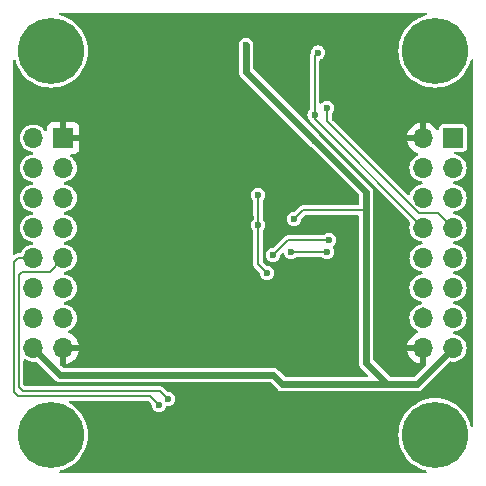
<source format=gbr>
%TF.GenerationSoftware,KiCad,Pcbnew,8.0.7*%
%TF.CreationDate,2024-12-29T21:32:39+01:00*%
%TF.ProjectId,stackflex_feature_air_qual,73746163-6b66-46c6-9578-5f6665617475,1*%
%TF.SameCoordinates,Original*%
%TF.FileFunction,Copper,L2,Bot*%
%TF.FilePolarity,Positive*%
%FSLAX46Y46*%
G04 Gerber Fmt 4.6, Leading zero omitted, Abs format (unit mm)*
G04 Created by KiCad (PCBNEW 8.0.7) date 2024-12-29 21:32:39*
%MOMM*%
%LPD*%
G01*
G04 APERTURE LIST*
%TA.AperFunction,ComponentPad*%
%ADD10R,1.700000X1.700000*%
%TD*%
%TA.AperFunction,ComponentPad*%
%ADD11O,1.700000X1.700000*%
%TD*%
%TA.AperFunction,ComponentPad*%
%ADD12C,5.600000*%
%TD*%
%TA.AperFunction,ViaPad*%
%ADD13C,0.600000*%
%TD*%
%TA.AperFunction,Conductor*%
%ADD14C,0.200000*%
%TD*%
%TA.AperFunction,Conductor*%
%ADD15C,0.600000*%
%TD*%
%TA.AperFunction,Conductor*%
%ADD16C,0.300000*%
%TD*%
G04 APERTURE END LIST*
D10*
%TO.P,J2,1,Pin_1*%
%TO.N,3V3_GPIO*%
X17780000Y8890000D03*
D11*
%TO.P,J2,2,Pin_2*%
%TO.N,GND*%
X15240000Y8890000D03*
%TO.P,J2,3,Pin_3*%
%TO.N,IO41*%
X17780000Y6350000D03*
%TO.P,J2,4,Pin_4*%
%TO.N,IO42*%
X15240000Y6350000D03*
%TO.P,J2,5,Pin_5*%
%TO.N,unconnected-(J2-Pin_5-Pad5)*%
X17780000Y3810000D03*
%TO.P,J2,6,Pin_6*%
%TO.N,unconnected-(J2-Pin_6-Pad6)*%
X15240000Y3810000D03*
%TO.P,J2,7,Pin_7*%
%TO.N,IO40_SCL1*%
X17780000Y1270000D03*
%TO.P,J2,8,Pin_8*%
%TO.N,IO39_SDA1*%
X15240000Y1270000D03*
%TO.P,J2,9,Pin_9*%
%TO.N,IO37_CS1*%
X17780000Y-1270000D03*
%TO.P,J2,10,Pin_10*%
%TO.N,IO38_SCLK1*%
X15240000Y-1270000D03*
%TO.P,J2,11,Pin_11*%
%TO.N,IO35_MISO1*%
X17780000Y-3810000D03*
%TO.P,J2,12,Pin_12*%
%TO.N,IO36_MOSI1*%
X15240000Y-3810000D03*
%TO.P,J2,13,Pin_13*%
%TO.N,IO34*%
X17780000Y-6350000D03*
%TO.P,J2,14,Pin_14*%
%TO.N,IO48*%
X15240000Y-6350000D03*
%TO.P,J2,15,Pin_15*%
%TO.N,3V3_GPIO*%
X17780000Y-8890000D03*
%TO.P,J2,16,Pin_16*%
%TO.N,GND*%
X15240000Y-8890000D03*
%TD*%
D12*
%TO.P,H1,1*%
%TO.N,N/C*%
X-16256000Y16256000D03*
%TD*%
%TO.P,H2,1*%
%TO.N,N/C*%
X16256000Y16256000D03*
%TD*%
%TO.P,H3,1*%
%TO.N,N/C*%
X-16256000Y-16256000D03*
%TD*%
%TO.P,H4,1*%
%TO.N,N/C*%
X16256000Y-16256000D03*
%TD*%
D10*
%TO.P,J1,1,Pin_1*%
%TO.N,GND*%
X-15220000Y8875000D03*
D11*
%TO.P,J1,2,Pin_2*%
%TO.N,3V3_GPIO*%
X-17760000Y8875000D03*
%TO.P,J1,3,Pin_3*%
%TO.N,IO1*%
X-15220000Y6335000D03*
%TO.P,J1,4,Pin_4*%
%TO.N,IO2*%
X-17760000Y6335000D03*
%TO.P,J1,5,Pin_5*%
%TO.N,IO4_MOSI0*%
X-15220000Y3795000D03*
%TO.P,J1,6,Pin_6*%
%TO.N,IO5_MISO0*%
X-17760000Y3795000D03*
%TO.P,J1,7,Pin_7*%
%TO.N,IO6_SCLK0*%
X-15220000Y1255000D03*
%TO.P,J1,8,Pin_8*%
%TO.N,IO7_CS0*%
X-17760000Y1255000D03*
%TO.P,J1,9,Pin_9*%
%TO.N,IO8_SDA0*%
X-15220000Y-1285000D03*
%TO.P,J1,10,Pin_10*%
%TO.N,IO9_SCL0*%
X-17760000Y-1285000D03*
%TO.P,J1,11,Pin_11*%
%TO.N,Net-(J1-Pin_11)*%
X-15220000Y-3825000D03*
%TO.P,J1,12,Pin_12*%
%TO.N,unconnected-(J1-Pin_12-Pad12)*%
X-17760000Y-3825000D03*
%TO.P,J1,13,Pin_13*%
%TO.N,IO11*%
X-15220000Y-6365000D03*
%TO.P,J1,14,Pin_14*%
%TO.N,IO10*%
X-17760000Y-6365000D03*
%TO.P,J1,15,Pin_15*%
%TO.N,GND*%
X-15220000Y-8905000D03*
%TO.P,J1,16,Pin_16*%
%TO.N,3V3_GPIO*%
X-17760000Y-8905000D03*
%TD*%
D13*
%TO.N,IO40_SCL1*%
X7112000Y-762000D03*
%TO.N,IO8_SDA0*%
X-6350000Y-13208000D03*
%TO.N,GND*%
X-6350000Y-17018000D03*
X-12192000Y-13970000D03*
X11684000Y6858000D03*
X7366000Y-14224000D03*
X-17780000Y11938000D03*
X4572000Y12700000D03*
X-12192000Y-18034000D03*
X0Y-14224000D03*
X2794000Y5842000D03*
X-11176000Y18034000D03*
X9144000Y11176000D03*
X12700000Y-4826000D03*
X-12192000Y-16002000D03*
X4318000Y-14224000D03*
X12700000Y-9906000D03*
X17780000Y12192000D03*
X670000Y2089687D03*
%TO.N,IO9_SCL0*%
X-7112000Y-13716000D03*
%TO.N,3V3_GPIO*%
X12192000Y-11938000D03*
X6096000Y8636000D03*
X10414000Y4318000D03*
X254000Y16764000D03*
X10414000Y254000D03*
X2540000Y-11176000D03*
X10414000Y-2032000D03*
X4318000Y2032000D03*
%TO.N,IO40_SCL1*%
X7112000Y11430000D03*
%TO.N,IO39_SDA1*%
X6350000Y16114000D03*
X6054429Y10830000D03*
%TO.N,IO40_SCL1*%
X4064000Y-762000D03*
%TO.N,SCL1_1-8V*%
X1270000Y4064000D03*
X1270000Y1524000D03*
X2032000Y-2540000D03*
%TO.N,SDA1_1-8V*%
X7274000Y254000D03*
X2540000Y-1016000D03*
%TD*%
D14*
%TO.N,IO40_SCL1*%
X7112000Y-762000D02*
X4064000Y-762000D01*
%TO.N,IO8_SDA0*%
X-18691000Y-2435000D02*
X-16370000Y-2435000D01*
X-16370000Y-2435000D02*
X-15220000Y-1285000D01*
X-19000000Y-2744000D02*
X-18691000Y-2435000D01*
X-19000000Y-12192000D02*
X-19000000Y-2744000D01*
X-18638000Y-12554000D02*
X-19000000Y-12192000D01*
X-7004000Y-12554000D02*
X-18638000Y-12554000D01*
X-6350000Y-13208000D02*
X-7004000Y-12554000D01*
%TO.N,IO9_SCL0*%
X-19065000Y-1285000D02*
X-17760000Y-1285000D01*
X-19400000Y-1620000D02*
X-19065000Y-1285000D01*
X-7112000Y-13716000D02*
X-7874000Y-12954000D01*
X-19400000Y-12604000D02*
X-19400000Y-1620000D01*
X-7874000Y-12954000D02*
X-19050000Y-12954000D01*
X-19050000Y-12954000D02*
X-19400000Y-12604000D01*
D15*
%TO.N,3V3_GPIO*%
X17780000Y-8890000D02*
X14732000Y-11938000D01*
X12192000Y-11938000D02*
X10414000Y-10160000D01*
X-15489000Y-11176000D02*
X-17760000Y-8905000D01*
X3302000Y-11938000D02*
X2540000Y-11176000D01*
D14*
X5080000Y2794000D02*
X10414000Y2794000D01*
D15*
X10414000Y4318000D02*
X6096000Y8636000D01*
X10414000Y-10160000D02*
X10414000Y-2032000D01*
X13462000Y-11938000D02*
X12192000Y-11938000D01*
D14*
X4318000Y2032000D02*
X5080000Y2794000D01*
D15*
X2540000Y-11176000D02*
X-15489000Y-11176000D01*
X10414000Y254000D02*
X10414000Y2794000D01*
X12192000Y-11938000D02*
X3302000Y-11938000D01*
X254000Y14478000D02*
X6096000Y8636000D01*
X254000Y16764000D02*
X254000Y14478000D01*
X10414000Y-2032000D02*
X10414000Y254000D01*
X10414000Y2794000D02*
X10414000Y4318000D01*
X14732000Y-11938000D02*
X13462000Y-11938000D01*
D16*
%TO.N,IO48*%
X15240000Y-5605834D02*
X15240000Y-6350000D01*
D14*
%TO.N,IO40_SCL1*%
X7112000Y10311654D02*
X14883654Y2540000D01*
X7112000Y11430000D02*
X7112000Y10311654D01*
X16510000Y2540000D02*
X17780000Y1270000D01*
X14883654Y2540000D02*
X16510000Y2540000D01*
%TO.N,IO39_SDA1*%
X6054429Y10830000D02*
X6054429Y10455571D01*
X6054429Y10455571D02*
X15240000Y1270000D01*
X6054429Y10830000D02*
X6054429Y15818429D01*
X6054429Y15818429D02*
X6350000Y16114000D01*
%TO.N,SCL1_1-8V*%
X2032000Y-2540000D02*
X1270000Y-1778000D01*
X1270000Y1524000D02*
X1270000Y4064000D01*
X1270000Y-1778000D02*
X1270000Y1524000D01*
%TO.N,SDA1_1-8V*%
X2540000Y-1016000D02*
X3810000Y254000D01*
X3810000Y254000D02*
X7274000Y254000D01*
%TD*%
%TA.AperFunction,Conductor*%
%TO.N,GND*%
G36*
X15503351Y19479815D02*
G01*
X15549106Y19427011D01*
X15559050Y19357853D01*
X15530025Y19294297D01*
X15471247Y19256523D01*
X15470640Y19256346D01*
X15230356Y19187121D01*
X15136124Y19148089D01*
X14908625Y19053856D01*
X14603835Y18885405D01*
X14319823Y18683887D01*
X14060161Y18451839D01*
X13828113Y18192177D01*
X13626595Y17908165D01*
X13458144Y17603375D01*
X13363911Y17375876D01*
X13327736Y17288540D01*
X13324878Y17281641D01*
X13228474Y16947018D01*
X13228472Y16947010D01*
X13170142Y16603701D01*
X13170140Y16603689D01*
X13150615Y16256000D01*
X13170140Y15908312D01*
X13170142Y15908300D01*
X13228472Y15564991D01*
X13228474Y15564983D01*
X13268908Y15424633D01*
X13324879Y15230356D01*
X13458145Y14908624D01*
X13626595Y14603836D01*
X13828112Y14319824D01*
X14060161Y14060161D01*
X14319824Y13828112D01*
X14603836Y13626595D01*
X14908624Y13458145D01*
X15230356Y13324879D01*
X15564987Y13228473D01*
X15908307Y13170141D01*
X16256000Y13150615D01*
X16603693Y13170141D01*
X16947013Y13228473D01*
X17281644Y13324879D01*
X17603376Y13458145D01*
X17908164Y13626595D01*
X18192176Y13828112D01*
X18451839Y14060161D01*
X18683888Y14319824D01*
X18885405Y14603836D01*
X19053855Y14908624D01*
X19187121Y15230356D01*
X19256346Y15470642D01*
X19293820Y15529611D01*
X19357227Y15558959D01*
X19426436Y15549369D01*
X19479472Y15503884D01*
X19499498Y15436945D01*
X19499500Y15436313D01*
X19499500Y-15436312D01*
X19479815Y-15503351D01*
X19427011Y-15549106D01*
X19357853Y-15559050D01*
X19294297Y-15530025D01*
X19256523Y-15471247D01*
X19256346Y-15470640D01*
X19246456Y-15436312D01*
X19187121Y-15230356D01*
X19053855Y-14908624D01*
X18885405Y-14603836D01*
X18683888Y-14319824D01*
X18451839Y-14060161D01*
X18192176Y-13828112D01*
X17908164Y-13626595D01*
X17603376Y-13458145D01*
X17281644Y-13324879D01*
X17011221Y-13246971D01*
X16947017Y-13228474D01*
X16947009Y-13228472D01*
X16603700Y-13170142D01*
X16603688Y-13170140D01*
X16256000Y-13150615D01*
X15908311Y-13170140D01*
X15908299Y-13170142D01*
X15564990Y-13228472D01*
X15564982Y-13228474D01*
X15230359Y-13324878D01*
X15230356Y-13324879D01*
X15224736Y-13327207D01*
X14908625Y-13458144D01*
X14603835Y-13626595D01*
X14526763Y-13681281D01*
X14340162Y-13813682D01*
X14319823Y-13828113D01*
X14060161Y-14060161D01*
X13828113Y-14319823D01*
X13626595Y-14603835D01*
X13458144Y-14908625D01*
X13324878Y-15230359D01*
X13228474Y-15564982D01*
X13228472Y-15564990D01*
X13170142Y-15908299D01*
X13170140Y-15908311D01*
X13150615Y-16256000D01*
X13170140Y-16603688D01*
X13170141Y-16603693D01*
X13228473Y-16947013D01*
X13324879Y-17281644D01*
X13458145Y-17603376D01*
X13626595Y-17908164D01*
X13828112Y-18192176D01*
X14060161Y-18451839D01*
X14319824Y-18683888D01*
X14603836Y-18885405D01*
X14908624Y-19053855D01*
X15230356Y-19187121D01*
X15461319Y-19253660D01*
X15470640Y-19256346D01*
X15529610Y-19293820D01*
X15558958Y-19357227D01*
X15549368Y-19426436D01*
X15503882Y-19479472D01*
X15436944Y-19499498D01*
X15436312Y-19499500D01*
X-15436312Y-19499500D01*
X-15503351Y-19479815D01*
X-15549106Y-19427011D01*
X-15559050Y-19357853D01*
X-15530025Y-19294297D01*
X-15471247Y-19256523D01*
X-15470640Y-19256346D01*
X-15463582Y-19254312D01*
X-15230356Y-19187121D01*
X-14908624Y-19053855D01*
X-14603836Y-18885405D01*
X-14319824Y-18683888D01*
X-14060161Y-18451839D01*
X-13828112Y-18192176D01*
X-13626595Y-17908164D01*
X-13458145Y-17603376D01*
X-13324879Y-17281644D01*
X-13228473Y-16947013D01*
X-13170141Y-16603693D01*
X-13150615Y-16256000D01*
X-13170141Y-15908307D01*
X-13228473Y-15564987D01*
X-13324879Y-15230356D01*
X-13458145Y-14908624D01*
X-13626595Y-14603836D01*
X-13828112Y-14319824D01*
X-14060161Y-14060161D01*
X-14319824Y-13828112D01*
X-14603836Y-13626595D01*
X-14675427Y-13587028D01*
X-14724580Y-13537371D01*
X-14739083Y-13469023D01*
X-14714333Y-13403684D01*
X-14658186Y-13362099D01*
X-14615446Y-13354500D01*
X-8091255Y-13354500D01*
X-8024216Y-13374185D01*
X-8003574Y-13390819D01*
X-7753403Y-13640990D01*
X-7719918Y-13702313D01*
X-7718145Y-13712485D01*
X-7717682Y-13716000D01*
X-7697044Y-13872762D01*
X-7636536Y-14018841D01*
X-7540282Y-14144282D01*
X-7414841Y-14240536D01*
X-7268762Y-14301044D01*
X-7190381Y-14311363D01*
X-7112001Y-14321682D01*
X-7112000Y-14321682D01*
X-7111999Y-14321682D01*
X-7059746Y-14314802D01*
X-6955238Y-14301044D01*
X-6809159Y-14240536D01*
X-6683718Y-14144282D01*
X-6587464Y-14018841D01*
X-6531011Y-13882550D01*
X-6487170Y-13828147D01*
X-6420876Y-13806082D01*
X-6400273Y-13807063D01*
X-6350000Y-13813682D01*
X-6193238Y-13793044D01*
X-6047159Y-13732536D01*
X-5921718Y-13636282D01*
X-5825464Y-13510841D01*
X-5764956Y-13364762D01*
X-5744318Y-13208000D01*
X-5745383Y-13199913D01*
X-5764956Y-13051239D01*
X-5764956Y-13051238D01*
X-5825464Y-12905159D01*
X-5921718Y-12779718D01*
X-6047159Y-12683464D01*
X-6193238Y-12622956D01*
X-6249423Y-12615559D01*
X-6353515Y-12601855D01*
X-6417411Y-12573588D01*
X-6425010Y-12566597D01*
X-6758085Y-12233522D01*
X-6758087Y-12233520D01*
X-6803750Y-12207156D01*
X-6849411Y-12180793D01*
X-6900343Y-12167146D01*
X-6951273Y-12153500D01*
X-6951274Y-12153500D01*
X-18420745Y-12153500D01*
X-18487784Y-12133815D01*
X-18508426Y-12117181D01*
X-18563181Y-12062426D01*
X-18596666Y-12001103D01*
X-18599500Y-11974745D01*
X-18599500Y-9961010D01*
X-18579815Y-9893971D01*
X-18527011Y-9848216D01*
X-18457853Y-9838272D01*
X-18410225Y-9855582D01*
X-18275019Y-9939298D01*
X-18076198Y-10016321D01*
X-17866610Y-10055500D01*
X-17866608Y-10055500D01*
X-17653392Y-10055500D01*
X-17653390Y-10055500D01*
X-17553640Y-10036853D01*
X-17484125Y-10043884D01*
X-17443174Y-10071061D01*
X-15973861Y-11540374D01*
X-15973851Y-11540385D01*
X-15969521Y-11544715D01*
X-15969520Y-11544716D01*
X-15857716Y-11656520D01*
X-15796371Y-11691937D01*
X-15720785Y-11735577D01*
X-15568057Y-11776501D01*
X-15568054Y-11776501D01*
X-15402347Y-11776501D01*
X-15402331Y-11776500D01*
X2239903Y-11776500D01*
X2306942Y-11796185D01*
X2327583Y-11812818D01*
X2933284Y-12418520D01*
X2933286Y-12418521D01*
X2933290Y-12418524D01*
X3070209Y-12497573D01*
X3070216Y-12497577D01*
X3222943Y-12538501D01*
X3222945Y-12538501D01*
X3388654Y-12538501D01*
X3388670Y-12538500D01*
X12105331Y-12538500D01*
X12105347Y-12538501D01*
X12112943Y-12538501D01*
X12144520Y-12538501D01*
X12160705Y-12539562D01*
X12191999Y-12543682D01*
X12192000Y-12543682D01*
X12192001Y-12543682D01*
X12223295Y-12539562D01*
X12239480Y-12538501D01*
X12278654Y-12538501D01*
X12278670Y-12538500D01*
X13382943Y-12538500D01*
X14645331Y-12538500D01*
X14645347Y-12538501D01*
X14652943Y-12538501D01*
X14811054Y-12538501D01*
X14811057Y-12538501D01*
X14963785Y-12497577D01*
X15024477Y-12462536D01*
X15100716Y-12418520D01*
X15212520Y-12306716D01*
X15212520Y-12306714D01*
X15222724Y-12296511D01*
X15222728Y-12296506D01*
X17463175Y-10056058D01*
X17524496Y-10022575D01*
X17573638Y-10021853D01*
X17673390Y-10040500D01*
X17673391Y-10040500D01*
X17886608Y-10040500D01*
X17886610Y-10040500D01*
X18096198Y-10001321D01*
X18295019Y-9924298D01*
X18476302Y-9812052D01*
X18633872Y-9668407D01*
X18762366Y-9498255D01*
X18826983Y-9368486D01*
X18857403Y-9307394D01*
X18857403Y-9307393D01*
X18857405Y-9307389D01*
X18915756Y-9102310D01*
X18935429Y-8890000D01*
X18915756Y-8677690D01*
X18857405Y-8472611D01*
X18857403Y-8472606D01*
X18857403Y-8472605D01*
X18762367Y-8281746D01*
X18633872Y-8111593D01*
X18476302Y-7967948D01*
X18295019Y-7855702D01*
X18295017Y-7855701D01*
X18134920Y-7793680D01*
X18096198Y-7778679D01*
X17899385Y-7741888D01*
X17837106Y-7710221D01*
X17801833Y-7649908D01*
X17804767Y-7580100D01*
X17844976Y-7522960D01*
X17899384Y-7498111D01*
X18096198Y-7461321D01*
X18295019Y-7384298D01*
X18476302Y-7272052D01*
X18633872Y-7128407D01*
X18762366Y-6958255D01*
X18762367Y-6958253D01*
X18857403Y-6767394D01*
X18857403Y-6767393D01*
X18857405Y-6767389D01*
X18915756Y-6562310D01*
X18935429Y-6350000D01*
X18915756Y-6137690D01*
X18857405Y-5932611D01*
X18857403Y-5932606D01*
X18857403Y-5932605D01*
X18762367Y-5741746D01*
X18633872Y-5571593D01*
X18476302Y-5427948D01*
X18295019Y-5315702D01*
X18295017Y-5315701D01*
X18134920Y-5253680D01*
X18096198Y-5238679D01*
X17899385Y-5201888D01*
X17837106Y-5170221D01*
X17801833Y-5109908D01*
X17804767Y-5040100D01*
X17844976Y-4982960D01*
X17899384Y-4958111D01*
X18096198Y-4921321D01*
X18295019Y-4844298D01*
X18476302Y-4732052D01*
X18633872Y-4588407D01*
X18762366Y-4418255D01*
X18762367Y-4418253D01*
X18857403Y-4227394D01*
X18857403Y-4227393D01*
X18857405Y-4227389D01*
X18915756Y-4022310D01*
X18935429Y-3810000D01*
X18915756Y-3597690D01*
X18857405Y-3392611D01*
X18857403Y-3392606D01*
X18857403Y-3392605D01*
X18762367Y-3201746D01*
X18633872Y-3031593D01*
X18577530Y-2980230D01*
X18476302Y-2887948D01*
X18295019Y-2775702D01*
X18295017Y-2775701D01*
X18134920Y-2713680D01*
X18096198Y-2698679D01*
X17899385Y-2661888D01*
X17837106Y-2630221D01*
X17801833Y-2569908D01*
X17804767Y-2500100D01*
X17844976Y-2442960D01*
X17899384Y-2418111D01*
X18096198Y-2381321D01*
X18295019Y-2304298D01*
X18476302Y-2192052D01*
X18633872Y-2048407D01*
X18762366Y-1878255D01*
X18762367Y-1878253D01*
X18857403Y-1687394D01*
X18857403Y-1687393D01*
X18857405Y-1687389D01*
X18915756Y-1482310D01*
X18935429Y-1270000D01*
X18915756Y-1057690D01*
X18857405Y-852611D01*
X18857403Y-852606D01*
X18857403Y-852605D01*
X18762367Y-661746D01*
X18633872Y-491593D01*
X18598294Y-459159D01*
X18476302Y-347948D01*
X18295019Y-235702D01*
X18295017Y-235701D01*
X18195608Y-197190D01*
X18096198Y-158679D01*
X17899385Y-121888D01*
X17837106Y-90221D01*
X17801833Y-29908D01*
X17804767Y39900D01*
X17844976Y97040D01*
X17899384Y121889D01*
X18096198Y158679D01*
X18295019Y235702D01*
X18476302Y347948D01*
X18633872Y491593D01*
X18762366Y661745D01*
X18772592Y682282D01*
X18857403Y852606D01*
X18857403Y852607D01*
X18857405Y852611D01*
X18915756Y1057690D01*
X18935429Y1270000D01*
X18915756Y1482310D01*
X18857405Y1687389D01*
X18857403Y1687394D01*
X18857403Y1687395D01*
X18762367Y1878254D01*
X18633872Y2048407D01*
X18613785Y2066719D01*
X18476302Y2192052D01*
X18295019Y2304298D01*
X18295017Y2304299D01*
X18134920Y2366320D01*
X18096198Y2381321D01*
X17899385Y2418112D01*
X17837106Y2449779D01*
X17801833Y2510092D01*
X17804767Y2579900D01*
X17844976Y2637040D01*
X17899384Y2661889D01*
X18096198Y2698679D01*
X18295019Y2775702D01*
X18476302Y2887948D01*
X18633872Y3031593D01*
X18762366Y3201745D01*
X18764338Y3205706D01*
X18857403Y3392606D01*
X18857403Y3392607D01*
X18857405Y3392611D01*
X18915756Y3597690D01*
X18935429Y3810000D01*
X18915756Y4022310D01*
X18857405Y4227389D01*
X18857403Y4227394D01*
X18857403Y4227395D01*
X18762367Y4418254D01*
X18633872Y4588407D01*
X18598294Y4620841D01*
X18476302Y4732052D01*
X18295019Y4844298D01*
X18295017Y4844299D01*
X18134920Y4906320D01*
X18096198Y4921321D01*
X17899385Y4958112D01*
X17837106Y4989779D01*
X17801833Y5050092D01*
X17804767Y5119900D01*
X17844976Y5177040D01*
X17899384Y5201889D01*
X18096198Y5238679D01*
X18295019Y5315702D01*
X18476302Y5427948D01*
X18633872Y5571593D01*
X18762366Y5741745D01*
X18762367Y5741747D01*
X18857403Y5932606D01*
X18857403Y5932607D01*
X18857405Y5932611D01*
X18915756Y6137690D01*
X18935429Y6350000D01*
X18915756Y6562310D01*
X18857405Y6767389D01*
X18857403Y6767394D01*
X18857403Y6767395D01*
X18762367Y6958254D01*
X18633872Y7128407D01*
X18476302Y7272052D01*
X18295019Y7384298D01*
X18295017Y7384299D01*
X18195608Y7422810D01*
X18096198Y7461321D01*
X17923456Y7493613D01*
X17861176Y7525281D01*
X17825903Y7585593D01*
X17828837Y7655401D01*
X17869046Y7712541D01*
X17933764Y7738872D01*
X17946233Y7739501D01*
X18674864Y7739501D01*
X18674879Y7739503D01*
X18674882Y7739503D01*
X18699987Y7742414D01*
X18699988Y7742415D01*
X18699991Y7742415D01*
X18802765Y7787794D01*
X18882206Y7867235D01*
X18927585Y7970009D01*
X18930500Y7995135D01*
X18930499Y9784864D01*
X18929086Y9797052D01*
X18927586Y9809988D01*
X18927585Y9809990D01*
X18927585Y9809991D01*
X18882206Y9912765D01*
X18802765Y9992206D01*
X18802763Y9992207D01*
X18699992Y10037585D01*
X18674865Y10040500D01*
X16885143Y10040500D01*
X16885117Y10040498D01*
X16860012Y10037587D01*
X16860008Y10037585D01*
X16757235Y9992207D01*
X16677794Y9912766D01*
X16632415Y9809994D01*
X16632415Y9809992D01*
X16629500Y9784869D01*
X16629500Y9652519D01*
X16609815Y9585480D01*
X16557011Y9539725D01*
X16487853Y9529781D01*
X16424297Y9558806D01*
X16403925Y9581396D01*
X16278113Y9761074D01*
X16278108Y9761080D01*
X16111082Y9928106D01*
X15917578Y10063601D01*
X15703492Y10163430D01*
X15703486Y10163433D01*
X15490000Y10220636D01*
X15490000Y9323012D01*
X15432993Y9355925D01*
X15305826Y9390000D01*
X15174174Y9390000D01*
X15047007Y9355925D01*
X14990000Y9323012D01*
X14990000Y10220636D01*
X14989999Y10220636D01*
X14776513Y10163433D01*
X14776507Y10163430D01*
X14562422Y10063601D01*
X14562420Y10063600D01*
X14368926Y9928114D01*
X14368920Y9928109D01*
X14201891Y9761080D01*
X14201886Y9761074D01*
X14066400Y9567580D01*
X14066399Y9567578D01*
X13966570Y9353493D01*
X13966567Y9353487D01*
X13909364Y9140001D01*
X13909364Y9140000D01*
X14806988Y9140000D01*
X14774075Y9082993D01*
X14740000Y8955826D01*
X14740000Y8824174D01*
X14774075Y8697007D01*
X14806988Y8640000D01*
X13909364Y8640000D01*
X13966567Y8426514D01*
X13966570Y8426508D01*
X14066399Y8212422D01*
X14201894Y8018918D01*
X14368917Y7851895D01*
X14562421Y7716400D01*
X14761573Y7623534D01*
X14814012Y7577362D01*
X14833164Y7510168D01*
X14812948Y7443287D01*
X14759783Y7397952D01*
X14753968Y7395528D01*
X14746771Y7392740D01*
X14724982Y7384299D01*
X14724980Y7384298D01*
X14543699Y7272053D01*
X14386127Y7128407D01*
X14257632Y6958254D01*
X14162596Y6767395D01*
X14162596Y6767393D01*
X14104244Y6562311D01*
X14084571Y6350001D01*
X14084571Y6350000D01*
X14104244Y6137690D01*
X14162596Y5932608D01*
X14162596Y5932606D01*
X14257632Y5741747D01*
X14386127Y5571594D01*
X14386128Y5571593D01*
X14543698Y5427948D01*
X14724981Y5315702D01*
X14923802Y5238679D01*
X15120613Y5201889D01*
X15182893Y5170221D01*
X15218166Y5109908D01*
X15215232Y5040100D01*
X15175023Y4982960D01*
X15120613Y4958112D01*
X14923802Y4921321D01*
X14923799Y4921321D01*
X14923799Y4921320D01*
X14724982Y4844299D01*
X14724980Y4844298D01*
X14543699Y4732053D01*
X14386127Y4588407D01*
X14257632Y4418254D01*
X14162597Y4227395D01*
X14162595Y4227391D01*
X14162595Y4227389D01*
X14160709Y4220761D01*
X14131751Y4118988D01*
X14094471Y4059895D01*
X14031160Y4030338D01*
X13961921Y4039702D01*
X13924804Y4065243D01*
X7548819Y10441228D01*
X7515334Y10502551D01*
X7512500Y10528909D01*
X7512500Y10923420D01*
X7532185Y10990459D01*
X7538124Y10998907D01*
X7540279Y11001717D01*
X7540282Y11001718D01*
X7636536Y11127159D01*
X7697044Y11273238D01*
X7717682Y11430000D01*
X7697044Y11586762D01*
X7636536Y11732841D01*
X7540282Y11858282D01*
X7414841Y11954536D01*
X7268762Y12015044D01*
X7268760Y12015045D01*
X7112001Y12035682D01*
X7111999Y12035682D01*
X6955239Y12015045D01*
X6955237Y12015044D01*
X6809160Y11954537D01*
X6683714Y11858279D01*
X6677302Y11849922D01*
X6620873Y11808721D01*
X6551127Y11804568D01*
X6490208Y11838782D01*
X6457457Y11900500D01*
X6454929Y11925411D01*
X6454929Y15424633D01*
X6474614Y15491672D01*
X6527418Y15537427D01*
X6531444Y15539180D01*
X6652841Y15589464D01*
X6778282Y15685718D01*
X6874536Y15811159D01*
X6935044Y15957238D01*
X6955682Y16114000D01*
X6935044Y16270762D01*
X6874536Y16416841D01*
X6778282Y16542282D01*
X6652841Y16638536D01*
X6506762Y16699044D01*
X6506760Y16699045D01*
X6350001Y16719682D01*
X6349999Y16719682D01*
X6193239Y16699045D01*
X6193237Y16699044D01*
X6047160Y16638537D01*
X5921718Y16542282D01*
X5825463Y16416840D01*
X5764956Y16270763D01*
X5764955Y16270761D01*
X5743257Y16105943D01*
X5741801Y16106135D01*
X5727705Y16053528D01*
X5681221Y15973017D01*
X5681222Y15973016D01*
X5653929Y15871156D01*
X5653929Y11336581D01*
X5634244Y11269542D01*
X5628305Y11261095D01*
X5529893Y11132843D01*
X5469385Y10986763D01*
X5469384Y10986761D01*
X5448747Y10830002D01*
X5448747Y10829999D01*
X5469384Y10673240D01*
X5469385Y10673238D01*
X5529893Y10527159D01*
X5626147Y10401718D01*
X5628102Y10400218D01*
X5629335Y10398529D01*
X5631898Y10395966D01*
X5631498Y10395567D01*
X5669306Y10343791D01*
X5672391Y10333941D01*
X5681222Y10300983D01*
X5733949Y10209658D01*
X5733951Y10209656D01*
X14131805Y1811802D01*
X14165290Y1750479D01*
X14163390Y1690187D01*
X14104244Y1482313D01*
X14084571Y1270001D01*
X14084571Y1270000D01*
X14104244Y1057690D01*
X14162596Y852608D01*
X14162596Y852606D01*
X14257632Y661747D01*
X14336855Y556840D01*
X14386128Y491593D01*
X14543698Y347948D01*
X14724981Y235702D01*
X14923802Y158679D01*
X15120613Y121889D01*
X15182893Y90221D01*
X15218166Y29908D01*
X15215232Y-39900D01*
X15175023Y-97040D01*
X15120613Y-121888D01*
X14923802Y-158679D01*
X14923799Y-158679D01*
X14923799Y-158680D01*
X14724982Y-235701D01*
X14724980Y-235702D01*
X14543699Y-347947D01*
X14386127Y-491593D01*
X14257632Y-661746D01*
X14162596Y-852605D01*
X14162596Y-852607D01*
X14104244Y-1057689D01*
X14095403Y-1153107D01*
X14084571Y-1270000D01*
X14104244Y-1482310D01*
X14143899Y-1621682D01*
X14162596Y-1687392D01*
X14162596Y-1687394D01*
X14257632Y-1878253D01*
X14373736Y-2031998D01*
X14386128Y-2048407D01*
X14543698Y-2192052D01*
X14724981Y-2304298D01*
X14923802Y-2381321D01*
X15120613Y-2418111D01*
X15182893Y-2449779D01*
X15218166Y-2510092D01*
X15215232Y-2579900D01*
X15175023Y-2637040D01*
X15120613Y-2661888D01*
X14923802Y-2698679D01*
X14923799Y-2698679D01*
X14923799Y-2698680D01*
X14724982Y-2775701D01*
X14724980Y-2775702D01*
X14543699Y-2887947D01*
X14386127Y-3031593D01*
X14257632Y-3201746D01*
X14162596Y-3392605D01*
X14162596Y-3392607D01*
X14104244Y-3597689D01*
X14084571Y-3809999D01*
X14084571Y-3810000D01*
X14104244Y-4022310D01*
X14162596Y-4227392D01*
X14162596Y-4227394D01*
X14257632Y-4418253D01*
X14386127Y-4588406D01*
X14386128Y-4588407D01*
X14543698Y-4732052D01*
X14724981Y-4844298D01*
X14923802Y-4921321D01*
X15052825Y-4945439D01*
X15115103Y-4977106D01*
X15150376Y-5037418D01*
X15147442Y-5107226D01*
X15107234Y-5164367D01*
X15073068Y-5181592D01*
X15073621Y-5182926D01*
X15066113Y-5186035D01*
X15017779Y-5213941D01*
X14978566Y-5228441D01*
X14923811Y-5238676D01*
X14923802Y-5238679D01*
X14724985Y-5315700D01*
X14724980Y-5315702D01*
X14543699Y-5427947D01*
X14386127Y-5571593D01*
X14257632Y-5741746D01*
X14162596Y-5932605D01*
X14162596Y-5932607D01*
X14104244Y-6137689D01*
X14084571Y-6349999D01*
X14084571Y-6350000D01*
X14104244Y-6562310D01*
X14162596Y-6767392D01*
X14162596Y-6767394D01*
X14257632Y-6958253D01*
X14386127Y-7128406D01*
X14386128Y-7128407D01*
X14543698Y-7272052D01*
X14724981Y-7384298D01*
X14753961Y-7395525D01*
X14809362Y-7438095D01*
X14832954Y-7503861D01*
X14817244Y-7571942D01*
X14767222Y-7620722D01*
X14761573Y-7623533D01*
X14562422Y-7716399D01*
X14562420Y-7716400D01*
X14368926Y-7851886D01*
X14368920Y-7851891D01*
X14201891Y-8018920D01*
X14201886Y-8018926D01*
X14066400Y-8212420D01*
X14066399Y-8212422D01*
X13966570Y-8426507D01*
X13966567Y-8426513D01*
X13909364Y-8639999D01*
X13909364Y-8640000D01*
X14806988Y-8640000D01*
X14774075Y-8697007D01*
X14740000Y-8824174D01*
X14740000Y-8955826D01*
X14774075Y-9082993D01*
X14806988Y-9140000D01*
X13909364Y-9140000D01*
X13966567Y-9353486D01*
X13966570Y-9353492D01*
X14066399Y-9567578D01*
X14201894Y-9761082D01*
X14368917Y-9928105D01*
X14562421Y-10063600D01*
X14776507Y-10163429D01*
X14776516Y-10163433D01*
X14990000Y-10220634D01*
X14990000Y-9323012D01*
X15047007Y-9355925D01*
X15174174Y-9390000D01*
X15305826Y-9390000D01*
X15432993Y-9355925D01*
X15490000Y-9323012D01*
X15490000Y-10279401D01*
X15470315Y-10346440D01*
X15453681Y-10367082D01*
X14519584Y-11301181D01*
X14458261Y-11334666D01*
X14431903Y-11337500D01*
X12492098Y-11337500D01*
X12425059Y-11317815D01*
X12404417Y-11301181D01*
X11050819Y-9947583D01*
X11017334Y-9886260D01*
X11014500Y-9859902D01*
X11014500Y-2079487D01*
X11015561Y-2063301D01*
X11019682Y-2032000D01*
X11019682Y-2031998D01*
X11015561Y-2000697D01*
X11014500Y-1984512D01*
X11014500Y206513D01*
X11015561Y222699D01*
X11019682Y254000D01*
X11019682Y254002D01*
X11015561Y285303D01*
X11014500Y301488D01*
X11014500Y4270513D01*
X11015561Y4286699D01*
X11019682Y4318000D01*
X11019682Y4318002D01*
X11015561Y4349303D01*
X11014500Y4365488D01*
X11014500Y4397055D01*
X11014500Y4397057D01*
X11006327Y4427559D01*
X11003164Y4443464D01*
X10999044Y4474760D01*
X10999044Y4474762D01*
X10986959Y4503937D01*
X10981747Y4519292D01*
X10973576Y4549787D01*
X10957789Y4577130D01*
X10950618Y4591670D01*
X10938536Y4620841D01*
X10938535Y4620842D01*
X10938535Y4620843D01*
X10919318Y4645887D01*
X10910307Y4659373D01*
X10894522Y4686713D01*
X10894518Y4686718D01*
X10872196Y4709040D01*
X10861501Y4721235D01*
X10842281Y4746283D01*
X10817233Y4765503D01*
X10805045Y4776191D01*
X10782716Y4798520D01*
X10782715Y4798521D01*
X10778384Y4802852D01*
X10778374Y4802861D01*
X6583590Y8997645D01*
X6583588Y8997648D01*
X6554196Y9027040D01*
X6543501Y9039235D01*
X6524281Y9064283D01*
X6499233Y9083503D01*
X6487039Y9094197D01*
X890819Y14690417D01*
X857334Y14751740D01*
X854500Y14778098D01*
X854500Y16716513D01*
X855561Y16732699D01*
X859682Y16764000D01*
X859682Y16764002D01*
X855561Y16795303D01*
X854500Y16811488D01*
X854500Y16843055D01*
X854500Y16843057D01*
X846327Y16873559D01*
X843164Y16889464D01*
X839044Y16920761D01*
X839044Y16920762D01*
X826957Y16949940D01*
X821745Y16965297D01*
X813577Y16995784D01*
X813575Y16995788D01*
X797791Y17023127D01*
X790617Y17037674D01*
X778536Y17066840D01*
X778536Y17066841D01*
X759311Y17091896D01*
X750305Y17105375D01*
X734522Y17132713D01*
X734518Y17132718D01*
X712196Y17155040D01*
X701501Y17167235D01*
X682281Y17192283D01*
X657233Y17211503D01*
X645039Y17222197D01*
X622718Y17244518D01*
X622716Y17244520D01*
X622713Y17244522D01*
X622709Y17244525D01*
X595372Y17260308D01*
X581887Y17269318D01*
X556840Y17288537D01*
X556839Y17288538D01*
X527668Y17300621D01*
X513123Y17307793D01*
X485784Y17323577D01*
X485781Y17323578D01*
X455288Y17331749D01*
X439932Y17336962D01*
X410764Y17349044D01*
X379450Y17353167D01*
X363552Y17356330D01*
X333057Y17364500D01*
X301487Y17364500D01*
X285302Y17365561D01*
X254000Y17369682D01*
X222697Y17365561D01*
X206513Y17364500D01*
X174940Y17364500D01*
X144441Y17356329D01*
X128545Y17353168D01*
X97244Y17349046D01*
X97235Y17349044D01*
X68067Y17336962D01*
X52715Y17331750D01*
X22219Y17323578D01*
X22217Y17323578D01*
X22216Y17323577D01*
X22214Y17323576D01*
X22212Y17323575D01*
X-5125Y17307793D01*
X-19664Y17300623D01*
X-48835Y17288540D01*
X-48840Y17288537D01*
X-73893Y17269314D01*
X-87371Y17260309D01*
X-114717Y17244520D01*
X-137045Y17222193D01*
X-149233Y17211504D01*
X-174282Y17192282D01*
X-193504Y17167233D01*
X-204193Y17155045D01*
X-226520Y17132717D01*
X-242309Y17105371D01*
X-251314Y17091893D01*
X-270537Y17066840D01*
X-270540Y17066835D01*
X-282623Y17037664D01*
X-289793Y17023125D01*
X-305575Y16995788D01*
X-305578Y16995781D01*
X-313750Y16965285D01*
X-318962Y16949933D01*
X-331044Y16920765D01*
X-331046Y16920756D01*
X-335168Y16889455D01*
X-338329Y16873559D01*
X-346500Y16843060D01*
X-346500Y16811488D01*
X-347561Y16795303D01*
X-351682Y16764002D01*
X-351682Y16764000D01*
X-347561Y16732699D01*
X-346500Y16716513D01*
X-346500Y14564670D01*
X-346501Y14564652D01*
X-346501Y14398946D01*
X-346502Y14398946D01*
X-305577Y14246215D01*
X-276642Y14196100D01*
X-276641Y14196096D01*
X-276640Y14196096D01*
X-226521Y14109286D01*
X-226519Y14109283D01*
X-107651Y13990415D01*
X-107645Y13990410D01*
X5637803Y8244961D01*
X5648497Y8232767D01*
X5667717Y8207719D01*
X5692765Y8188499D01*
X5704960Y8177804D01*
X5734349Y8148415D01*
X5734355Y8148410D01*
X9777181Y4105584D01*
X9810666Y4044261D01*
X9813500Y4017903D01*
X9813500Y3318500D01*
X9793815Y3251461D01*
X9741011Y3205706D01*
X9689500Y3194500D01*
X5140339Y3194500D01*
X5140323Y3194501D01*
X5132727Y3194501D01*
X5027273Y3194501D01*
X4947820Y3173211D01*
X4947819Y3173212D01*
X4925415Y3167208D01*
X4925410Y3167206D01*
X4834085Y3114479D01*
X4759518Y3039911D01*
X4393008Y2673403D01*
X4331685Y2639918D01*
X4321513Y2638145D01*
X4161238Y2617044D01*
X4161237Y2617044D01*
X4015160Y2556537D01*
X3889718Y2460282D01*
X3793463Y2334840D01*
X3732956Y2188763D01*
X3732955Y2188761D01*
X3712318Y2032002D01*
X3712318Y2031999D01*
X3732955Y1875240D01*
X3732956Y1875238D01*
X3784876Y1749891D01*
X3793464Y1729159D01*
X3889718Y1603718D01*
X4015159Y1507464D01*
X4161238Y1446956D01*
X4239619Y1436637D01*
X4317999Y1426318D01*
X4318000Y1426318D01*
X4318001Y1426318D01*
X4370254Y1433198D01*
X4474762Y1446956D01*
X4620841Y1507464D01*
X4746282Y1603718D01*
X4842536Y1729159D01*
X4903044Y1875238D01*
X4923682Y2032000D01*
X4923681Y2032003D01*
X4924144Y2035515D01*
X4952410Y2099411D01*
X4959390Y2106999D01*
X5209573Y2357181D01*
X5270896Y2390666D01*
X5297254Y2393500D01*
X9689500Y2393500D01*
X9756539Y2373815D01*
X9802294Y2321011D01*
X9813500Y2269500D01*
X9813500Y301488D01*
X9812439Y285303D01*
X9808318Y254002D01*
X9808318Y254000D01*
X9812439Y222699D01*
X9813500Y206513D01*
X9813500Y-1984512D01*
X9812439Y-2000697D01*
X9808318Y-2031998D01*
X9808318Y-2032000D01*
X9812439Y-2063301D01*
X9813500Y-2079487D01*
X9813500Y-10073330D01*
X9813499Y-10073348D01*
X9813499Y-10239054D01*
X9813498Y-10239054D01*
X9854423Y-10391785D01*
X9883358Y-10441900D01*
X9883359Y-10441904D01*
X9883360Y-10441904D01*
X9933479Y-10528714D01*
X9933481Y-10528717D01*
X10052349Y-10647585D01*
X10052355Y-10647590D01*
X10530584Y-11125819D01*
X10564069Y-11187142D01*
X10559085Y-11256834D01*
X10517213Y-11312767D01*
X10451749Y-11337184D01*
X10442903Y-11337500D01*
X3602098Y-11337500D01*
X3535059Y-11317815D01*
X3514417Y-11301181D01*
X3027590Y-10814355D01*
X3027588Y-10814352D01*
X2998196Y-10784960D01*
X2987501Y-10772765D01*
X2968281Y-10747717D01*
X2943233Y-10728497D01*
X2931039Y-10717803D01*
X2908718Y-10695482D01*
X2908716Y-10695480D01*
X2881370Y-10679691D01*
X2867890Y-10670685D01*
X2842841Y-10651464D01*
X2813665Y-10639378D01*
X2799121Y-10632205D01*
X2771790Y-10616425D01*
X2771780Y-10616421D01*
X2741288Y-10608250D01*
X2725934Y-10603038D01*
X2696767Y-10590957D01*
X2696763Y-10590956D01*
X2665458Y-10586834D01*
X2649557Y-10583671D01*
X2636545Y-10580184D01*
X2619057Y-10575499D01*
X2619056Y-10575499D01*
X2587480Y-10575499D01*
X2571295Y-10574438D01*
X2540001Y-10570318D01*
X2539999Y-10570318D01*
X2508705Y-10574438D01*
X2492520Y-10575499D01*
X2453347Y-10575499D01*
X2453331Y-10575500D01*
X-15188903Y-10575500D01*
X-15255942Y-10555815D01*
X-15276584Y-10539181D01*
X-15433681Y-10382084D01*
X-15467166Y-10320761D01*
X-15470000Y-10294403D01*
X-15470000Y-9338012D01*
X-15412993Y-9370925D01*
X-15285826Y-9405000D01*
X-15154174Y-9405000D01*
X-15027007Y-9370925D01*
X-14970000Y-9338012D01*
X-14970000Y-10235633D01*
X-14756517Y-10178433D01*
X-14756508Y-10178429D01*
X-14542422Y-10078600D01*
X-14348918Y-9943105D01*
X-14181895Y-9776082D01*
X-14046400Y-9582578D01*
X-13946571Y-9368492D01*
X-13946568Y-9368486D01*
X-13889364Y-9155000D01*
X-14786988Y-9155000D01*
X-14754075Y-9097993D01*
X-14720000Y-8970826D01*
X-14720000Y-8839174D01*
X-14754075Y-8712007D01*
X-14786988Y-8655000D01*
X-13889364Y-8655000D01*
X-13889365Y-8654999D01*
X-13946568Y-8441513D01*
X-13946571Y-8441507D01*
X-14046400Y-8227422D01*
X-14046401Y-8227420D01*
X-14181887Y-8033926D01*
X-14181892Y-8033920D01*
X-14348918Y-7866894D01*
X-14542422Y-7731399D01*
X-14741574Y-7638533D01*
X-14794013Y-7592360D01*
X-14813165Y-7525167D01*
X-14792949Y-7458286D01*
X-14739784Y-7412951D01*
X-14733995Y-7410537D01*
X-14704981Y-7399298D01*
X-14523698Y-7287052D01*
X-14366128Y-7143407D01*
X-14237634Y-6973255D01*
X-14142595Y-6782389D01*
X-14084244Y-6577310D01*
X-14064571Y-6365000D01*
X-14084244Y-6152690D01*
X-14142595Y-5947611D01*
X-14142597Y-5947606D01*
X-14142597Y-5947605D01*
X-14237633Y-5756746D01*
X-14366128Y-5586593D01*
X-14382582Y-5571593D01*
X-14523698Y-5442948D01*
X-14704981Y-5330702D01*
X-14704983Y-5330701D01*
X-14804392Y-5292190D01*
X-14903802Y-5253679D01*
X-15100615Y-5216888D01*
X-15162894Y-5185221D01*
X-15198167Y-5124908D01*
X-15195233Y-5055100D01*
X-15155024Y-4997960D01*
X-15100616Y-4973111D01*
X-14903802Y-4936321D01*
X-14704981Y-4859298D01*
X-14523698Y-4747052D01*
X-14366128Y-4603407D01*
X-14237634Y-4433255D01*
X-14142595Y-4242389D01*
X-14084244Y-4037310D01*
X-14064571Y-3825000D01*
X-14084244Y-3612690D01*
X-14142595Y-3407611D01*
X-14142597Y-3407606D01*
X-14142597Y-3407605D01*
X-14237633Y-3216746D01*
X-14366128Y-3046593D01*
X-14382582Y-3031593D01*
X-14523698Y-2902948D01*
X-14704981Y-2790702D01*
X-14704983Y-2790701D01*
X-14804392Y-2752190D01*
X-14903802Y-2713679D01*
X-15100615Y-2676888D01*
X-15162894Y-2645221D01*
X-15198167Y-2584908D01*
X-15195233Y-2515100D01*
X-15155024Y-2457960D01*
X-15100616Y-2433111D01*
X-14903802Y-2396321D01*
X-14704981Y-2319298D01*
X-14523698Y-2207052D01*
X-14366128Y-2063407D01*
X-14237634Y-1893255D01*
X-14206499Y-1830727D01*
X-14142597Y-1702394D01*
X-14142597Y-1702393D01*
X-14142595Y-1702389D01*
X-14084244Y-1497310D01*
X-14064571Y-1285000D01*
X-14084244Y-1072690D01*
X-14142595Y-867611D01*
X-14142597Y-867606D01*
X-14142597Y-867605D01*
X-14237633Y-676746D01*
X-14366128Y-506593D01*
X-14382725Y-491463D01*
X-14523698Y-362948D01*
X-14704981Y-250702D01*
X-14704983Y-250701D01*
X-14821716Y-205479D01*
X-14903802Y-173679D01*
X-15100615Y-136888D01*
X-15162894Y-105221D01*
X-15198167Y-44908D01*
X-15195233Y24900D01*
X-15155024Y82040D01*
X-15100616Y106889D01*
X-14903802Y143679D01*
X-14704981Y220702D01*
X-14523698Y332948D01*
X-14366128Y476593D01*
X-14237634Y646745D01*
X-14237633Y646747D01*
X-14142597Y837606D01*
X-14142597Y837607D01*
X-14142595Y837611D01*
X-14084244Y1042690D01*
X-14064571Y1255000D01*
X-14084244Y1467310D01*
X-14142595Y1672389D01*
X-14142597Y1672394D01*
X-14142597Y1672395D01*
X-14237633Y1863254D01*
X-14366128Y2033407D01*
X-14411171Y2074469D01*
X-14523698Y2177052D01*
X-14704981Y2289298D01*
X-14704983Y2289299D01*
X-14804392Y2327810D01*
X-14903802Y2366321D01*
X-15100615Y2403112D01*
X-15162894Y2434779D01*
X-15198167Y2495092D01*
X-15195233Y2564900D01*
X-15155024Y2622040D01*
X-15100616Y2646889D01*
X-14903802Y2683679D01*
X-14704981Y2760702D01*
X-14523698Y2872948D01*
X-14366128Y3016593D01*
X-14237634Y3186745D01*
X-14237633Y3186747D01*
X-14142597Y3377606D01*
X-14142597Y3377607D01*
X-14142595Y3377611D01*
X-14084244Y3582690D01*
X-14064571Y3795000D01*
X-14084244Y4007310D01*
X-14100375Y4064002D01*
X664318Y4064002D01*
X664318Y4063999D01*
X684955Y3907240D01*
X684956Y3907238D01*
X734208Y3788332D01*
X745464Y3761159D01*
X841718Y3635718D01*
X841720Y3635717D01*
X843876Y3632907D01*
X869070Y3567737D01*
X869500Y3557420D01*
X869500Y2030581D01*
X849815Y1963542D01*
X843876Y1955095D01*
X745464Y1826843D01*
X684956Y1680763D01*
X684955Y1680761D01*
X664318Y1524002D01*
X664318Y1523999D01*
X684955Y1367240D01*
X684956Y1367238D01*
X734208Y1248332D01*
X745464Y1221159D01*
X841718Y1095718D01*
X841720Y1095717D01*
X843876Y1092907D01*
X869070Y1027737D01*
X869500Y1017420D01*
X869500Y-1830726D01*
X896793Y-1932589D01*
X923156Y-1978250D01*
X949520Y-2023913D01*
X949522Y-2023915D01*
X1390597Y-2464990D01*
X1424082Y-2526313D01*
X1425855Y-2536485D01*
X1426318Y-2539998D01*
X1426318Y-2540000D01*
X1446956Y-2696762D01*
X1507464Y-2842841D01*
X1603718Y-2968282D01*
X1729159Y-3064536D01*
X1875238Y-3125044D01*
X1953619Y-3135363D01*
X2031999Y-3145682D01*
X2032000Y-3145682D01*
X2032001Y-3145682D01*
X2084254Y-3138802D01*
X2188762Y-3125044D01*
X2334841Y-3064536D01*
X2460282Y-2968282D01*
X2556536Y-2842841D01*
X2617044Y-2696762D01*
X2637682Y-2540000D01*
X2635719Y-2525092D01*
X2617044Y-2383239D01*
X2617044Y-2383238D01*
X2556536Y-2237159D01*
X2460282Y-2111718D01*
X2334841Y-2015464D01*
X2333274Y-2014815D01*
X2260116Y-1984512D01*
X2188762Y-1954956D01*
X2132577Y-1947559D01*
X2028485Y-1933855D01*
X1964589Y-1905588D01*
X1956990Y-1898597D01*
X1706819Y-1648426D01*
X1673334Y-1587103D01*
X1670500Y-1560745D01*
X1670500Y-1015998D01*
X1934318Y-1015998D01*
X1934318Y-1016001D01*
X1954955Y-1172760D01*
X1954956Y-1172762D01*
X2004208Y-1291668D01*
X2015464Y-1318841D01*
X2111718Y-1444282D01*
X2237159Y-1540536D01*
X2383238Y-1601044D01*
X2461619Y-1611363D01*
X2539999Y-1621682D01*
X2540000Y-1621682D01*
X2540001Y-1621682D01*
X2592254Y-1614802D01*
X2696762Y-1601044D01*
X2842841Y-1540536D01*
X2968282Y-1444282D01*
X3064536Y-1318841D01*
X3125044Y-1172762D01*
X3145682Y-1016000D01*
X3145681Y-1015997D01*
X3146144Y-1012485D01*
X3174410Y-948589D01*
X3181390Y-941001D01*
X3269128Y-853263D01*
X3330449Y-819780D01*
X3400141Y-824764D01*
X3456074Y-866636D01*
X3474375Y-911575D01*
X3476853Y-910912D01*
X3478956Y-918762D01*
X3536501Y-1057689D01*
X3539464Y-1064841D01*
X3635718Y-1190282D01*
X3761159Y-1286536D01*
X3907238Y-1347044D01*
X3985619Y-1357363D01*
X4063999Y-1367682D01*
X4064000Y-1367682D01*
X4064001Y-1367682D01*
X4116254Y-1360802D01*
X4220762Y-1347044D01*
X4366841Y-1286536D01*
X4492282Y-1190282D01*
X4492283Y-1190279D01*
X4495093Y-1188124D01*
X4560263Y-1162930D01*
X4570580Y-1162500D01*
X6605420Y-1162500D01*
X6672459Y-1182185D01*
X6680907Y-1188124D01*
X6683716Y-1190279D01*
X6683718Y-1190282D01*
X6809159Y-1286536D01*
X6955238Y-1347044D01*
X7033619Y-1357363D01*
X7111999Y-1367682D01*
X7112000Y-1367682D01*
X7112001Y-1367682D01*
X7164254Y-1360802D01*
X7268762Y-1347044D01*
X7414841Y-1286536D01*
X7540282Y-1190282D01*
X7636536Y-1064841D01*
X7697044Y-918762D01*
X7717682Y-762000D01*
X7697044Y-605238D01*
X7636536Y-459159D01*
X7636535Y-459158D01*
X7636535Y-459157D01*
X7598802Y-409983D01*
X7573607Y-344814D01*
X7587645Y-276369D01*
X7621687Y-236123D01*
X7702282Y-174282D01*
X7798536Y-48841D01*
X7859044Y97238D01*
X7879682Y254000D01*
X7859044Y410762D01*
X7798536Y556841D01*
X7702282Y682282D01*
X7576841Y778536D01*
X7430762Y839044D01*
X7430760Y839045D01*
X7274001Y859682D01*
X7273999Y859682D01*
X7117239Y839045D01*
X7117237Y839044D01*
X6971160Y778537D01*
X6971159Y778536D01*
X6845718Y682282D01*
X6845716Y682280D01*
X6842907Y680124D01*
X6777737Y654930D01*
X6767420Y654500D01*
X3757273Y654500D01*
X3655410Y627207D01*
X3564087Y574480D01*
X3564084Y574478D01*
X2615008Y-374597D01*
X2553685Y-408082D01*
X2543513Y-409855D01*
X2383238Y-430956D01*
X2383237Y-430956D01*
X2237160Y-491463D01*
X2111718Y-587718D01*
X2015463Y-713160D01*
X1954956Y-859237D01*
X1954955Y-859239D01*
X1934318Y-1015998D01*
X1670500Y-1015998D01*
X1670500Y1017420D01*
X1690185Y1084459D01*
X1696124Y1092907D01*
X1698279Y1095717D01*
X1698282Y1095718D01*
X1794536Y1221159D01*
X1855044Y1367238D01*
X1875682Y1524000D01*
X1855044Y1680762D01*
X1794536Y1826841D01*
X1794535Y1826842D01*
X1794535Y1826843D01*
X1696124Y1955095D01*
X1670930Y2020264D01*
X1670500Y2030581D01*
X1670500Y3557420D01*
X1690185Y3624459D01*
X1696124Y3632907D01*
X1698279Y3635717D01*
X1698282Y3635718D01*
X1794536Y3761159D01*
X1855044Y3907238D01*
X1875682Y4064000D01*
X1875518Y4065243D01*
X1856146Y4212393D01*
X1855044Y4220762D01*
X1794536Y4366841D01*
X1698282Y4492282D01*
X1572841Y4588536D01*
X1426762Y4649044D01*
X1426760Y4649045D01*
X1270001Y4669682D01*
X1269999Y4669682D01*
X1113239Y4649045D01*
X1113237Y4649044D01*
X967160Y4588537D01*
X841718Y4492282D01*
X745463Y4366840D01*
X684956Y4220763D01*
X684955Y4220761D01*
X664318Y4064002D01*
X-14100375Y4064002D01*
X-14142595Y4212389D01*
X-14142597Y4212394D01*
X-14142597Y4212395D01*
X-14237633Y4403254D01*
X-14366128Y4573407D01*
X-14382725Y4588537D01*
X-14523698Y4717052D01*
X-14704981Y4829298D01*
X-14704983Y4829299D01*
X-14804392Y4867810D01*
X-14903802Y4906321D01*
X-15100615Y4943112D01*
X-15162894Y4974779D01*
X-15198167Y5035092D01*
X-15195233Y5104900D01*
X-15155024Y5162040D01*
X-15100616Y5186889D01*
X-14903802Y5223679D01*
X-14704981Y5300702D01*
X-14523698Y5412948D01*
X-14366128Y5556593D01*
X-14237634Y5726745D01*
X-14142595Y5917611D01*
X-14084244Y6122690D01*
X-14064571Y6335000D01*
X-14084244Y6547310D01*
X-14142595Y6752389D01*
X-14142597Y6752394D01*
X-14142597Y6752395D01*
X-14237633Y6943254D01*
X-14366128Y7113407D01*
X-14382582Y7128407D01*
X-14523698Y7257052D01*
X-14523701Y7257054D01*
X-14523702Y7257055D01*
X-14585911Y7295573D01*
X-14632547Y7347601D01*
X-14643651Y7416582D01*
X-14615698Y7480617D01*
X-14557563Y7519373D01*
X-14520634Y7525000D01*
X-14322172Y7525000D01*
X-14322156Y7525001D01*
X-14262628Y7531402D01*
X-14262621Y7531404D01*
X-14127914Y7581646D01*
X-14127907Y7581650D01*
X-14012813Y7667810D01*
X-14012810Y7667813D01*
X-13926650Y7782907D01*
X-13926646Y7782914D01*
X-13876404Y7917621D01*
X-13876402Y7917628D01*
X-13870001Y7977156D01*
X-13870000Y7977173D01*
X-13870000Y8625000D01*
X-14786988Y8625000D01*
X-14754075Y8682007D01*
X-14720000Y8809174D01*
X-14720000Y8940826D01*
X-14754075Y9067993D01*
X-14786988Y9125000D01*
X-13870000Y9125000D01*
X-13870000Y9772828D01*
X-13870001Y9772845D01*
X-13876402Y9832373D01*
X-13876404Y9832380D01*
X-13926646Y9967087D01*
X-13926650Y9967094D01*
X-14012810Y10082188D01*
X-14012813Y10082191D01*
X-14127907Y10168351D01*
X-14127914Y10168355D01*
X-14262621Y10218597D01*
X-14262628Y10218599D01*
X-14322156Y10225000D01*
X-14970000Y10225000D01*
X-14970000Y9308012D01*
X-15027007Y9340925D01*
X-15154174Y9375000D01*
X-15285826Y9375000D01*
X-15412993Y9340925D01*
X-15470000Y9308012D01*
X-15470000Y10225000D01*
X-16117845Y10225000D01*
X-16177373Y10218599D01*
X-16177380Y10218597D01*
X-16312087Y10168355D01*
X-16312094Y10168351D01*
X-16427188Y10082191D01*
X-16427191Y10082188D01*
X-16513351Y9967094D01*
X-16513355Y9967087D01*
X-16563597Y9832380D01*
X-16563599Y9832373D01*
X-16570000Y9772845D01*
X-16570000Y9578269D01*
X-16589685Y9511230D01*
X-16642489Y9465475D01*
X-16711647Y9455531D01*
X-16775203Y9484556D01*
X-16792954Y9503542D01*
X-16906128Y9653407D01*
X-17063698Y9797052D01*
X-17244981Y9909298D01*
X-17244983Y9909299D01*
X-17394171Y9967094D01*
X-17443802Y9986321D01*
X-17653390Y10025500D01*
X-17866610Y10025500D01*
X-18076198Y9986321D01*
X-18076201Y9986321D01*
X-18076201Y9986320D01*
X-18275018Y9909299D01*
X-18275020Y9909298D01*
X-18456301Y9797053D01*
X-18613873Y9653407D01*
X-18742368Y9483254D01*
X-18837404Y9292395D01*
X-18837404Y9292393D01*
X-18895756Y9087311D01*
X-18909329Y8940826D01*
X-18915429Y8875000D01*
X-18895756Y8662690D01*
X-18842325Y8474901D01*
X-18837404Y8457608D01*
X-18837404Y8457606D01*
X-18742368Y8266747D01*
X-18613873Y8096594D01*
X-18613872Y8096593D01*
X-18456302Y7952948D01*
X-18275019Y7840702D01*
X-18076198Y7763679D01*
X-17879387Y7726889D01*
X-17817107Y7695221D01*
X-17781834Y7634908D01*
X-17784768Y7565100D01*
X-17824977Y7507960D01*
X-17879387Y7483112D01*
X-18076198Y7446321D01*
X-18076201Y7446321D01*
X-18076201Y7446320D01*
X-18275018Y7369299D01*
X-18275020Y7369298D01*
X-18456301Y7257053D01*
X-18613873Y7113407D01*
X-18742368Y6943254D01*
X-18837404Y6752395D01*
X-18837404Y6752393D01*
X-18837405Y6752389D01*
X-18895756Y6547310D01*
X-18915429Y6335000D01*
X-18895756Y6122690D01*
X-18841672Y5932606D01*
X-18837404Y5917608D01*
X-18837404Y5917606D01*
X-18742368Y5726747D01*
X-18625200Y5571593D01*
X-18613872Y5556593D01*
X-18456302Y5412948D01*
X-18275019Y5300702D01*
X-18076198Y5223679D01*
X-17879387Y5186889D01*
X-17817107Y5155221D01*
X-17781834Y5094908D01*
X-17784768Y5025100D01*
X-17824977Y4967960D01*
X-17879387Y4943112D01*
X-18076198Y4906321D01*
X-18076201Y4906321D01*
X-18076201Y4906320D01*
X-18275018Y4829299D01*
X-18275020Y4829298D01*
X-18456301Y4717053D01*
X-18613873Y4573407D01*
X-18742368Y4403254D01*
X-18837404Y4212395D01*
X-18837404Y4212393D01*
X-18885242Y4044261D01*
X-18895756Y4007310D01*
X-18915429Y3795000D01*
X-18895756Y3582690D01*
X-18841672Y3392606D01*
X-18837404Y3377608D01*
X-18837404Y3377606D01*
X-18742368Y3186747D01*
X-18625200Y3031593D01*
X-18613872Y3016593D01*
X-18456302Y2872948D01*
X-18275019Y2760702D01*
X-18076198Y2683679D01*
X-17879387Y2646889D01*
X-17817107Y2615221D01*
X-17781834Y2554908D01*
X-17784768Y2485100D01*
X-17824977Y2427960D01*
X-17879387Y2403112D01*
X-18076198Y2366321D01*
X-18076201Y2366321D01*
X-18076201Y2366320D01*
X-18275018Y2289299D01*
X-18275020Y2289298D01*
X-18456301Y2177053D01*
X-18613873Y2033407D01*
X-18742368Y1863254D01*
X-18837404Y1672395D01*
X-18837404Y1672393D01*
X-18879626Y1523999D01*
X-18895756Y1467310D01*
X-18915429Y1255000D01*
X-18895756Y1042690D01*
X-18841672Y852606D01*
X-18837404Y837608D01*
X-18837404Y837606D01*
X-18742368Y646747D01*
X-18625200Y491593D01*
X-18613872Y476593D01*
X-18456302Y332948D01*
X-18275019Y220702D01*
X-18076198Y143679D01*
X-17879387Y106889D01*
X-17817107Y75221D01*
X-17781834Y14908D01*
X-17784768Y-54900D01*
X-17824977Y-112040D01*
X-17879387Y-136888D01*
X-18076198Y-173679D01*
X-18076201Y-173679D01*
X-18076201Y-173680D01*
X-18275018Y-250701D01*
X-18275020Y-250702D01*
X-18456301Y-362947D01*
X-18613873Y-506593D01*
X-18742368Y-676746D01*
X-18811593Y-815771D01*
X-18859096Y-867009D01*
X-18922593Y-884500D01*
X-19004661Y-884500D01*
X-19004677Y-884499D01*
X-19012273Y-884499D01*
X-19117727Y-884499D01*
X-19185634Y-902695D01*
X-19219588Y-911793D01*
X-19231658Y-918762D01*
X-19310913Y-964520D01*
X-19310916Y-964522D01*
X-19313499Y-966014D01*
X-19381399Y-982487D01*
X-19447426Y-959635D01*
X-19490617Y-904714D01*
X-19499500Y-858627D01*
X-19499500Y15436313D01*
X-19479815Y15503352D01*
X-19427011Y15549107D01*
X-19357853Y15559051D01*
X-19294297Y15530026D01*
X-19256523Y15471248D01*
X-19256368Y15470714D01*
X-19187121Y15230356D01*
X-19053855Y14908624D01*
X-18885405Y14603836D01*
X-18683888Y14319824D01*
X-18451839Y14060161D01*
X-18192176Y13828112D01*
X-17908164Y13626595D01*
X-17603376Y13458145D01*
X-17281644Y13324879D01*
X-16947013Y13228473D01*
X-16603693Y13170141D01*
X-16256000Y13150615D01*
X-15908307Y13170141D01*
X-15564987Y13228473D01*
X-15230356Y13324879D01*
X-14908624Y13458145D01*
X-14603836Y13626595D01*
X-14319824Y13828112D01*
X-14060161Y14060161D01*
X-13828112Y14319824D01*
X-13626595Y14603836D01*
X-13458145Y14908624D01*
X-13324879Y15230356D01*
X-13228473Y15564987D01*
X-13170141Y15908307D01*
X-13150615Y16256000D01*
X-13170141Y16603693D01*
X-13228473Y16947013D01*
X-13324879Y17281644D01*
X-13458145Y17603376D01*
X-13626595Y17908164D01*
X-13828112Y18192176D01*
X-14060161Y18451839D01*
X-14319824Y18683888D01*
X-14603836Y18885405D01*
X-14908624Y19053855D01*
X-15230356Y19187121D01*
X-15470640Y19256346D01*
X-15529610Y19293820D01*
X-15558958Y19357227D01*
X-15549368Y19426436D01*
X-15503882Y19479472D01*
X-15436944Y19499498D01*
X-15436312Y19499500D01*
X-65892Y19499500D01*
X15436312Y19499500D01*
X15503351Y19479815D01*
G37*
%TD.AperFunction*%
%TD*%
M02*

</source>
